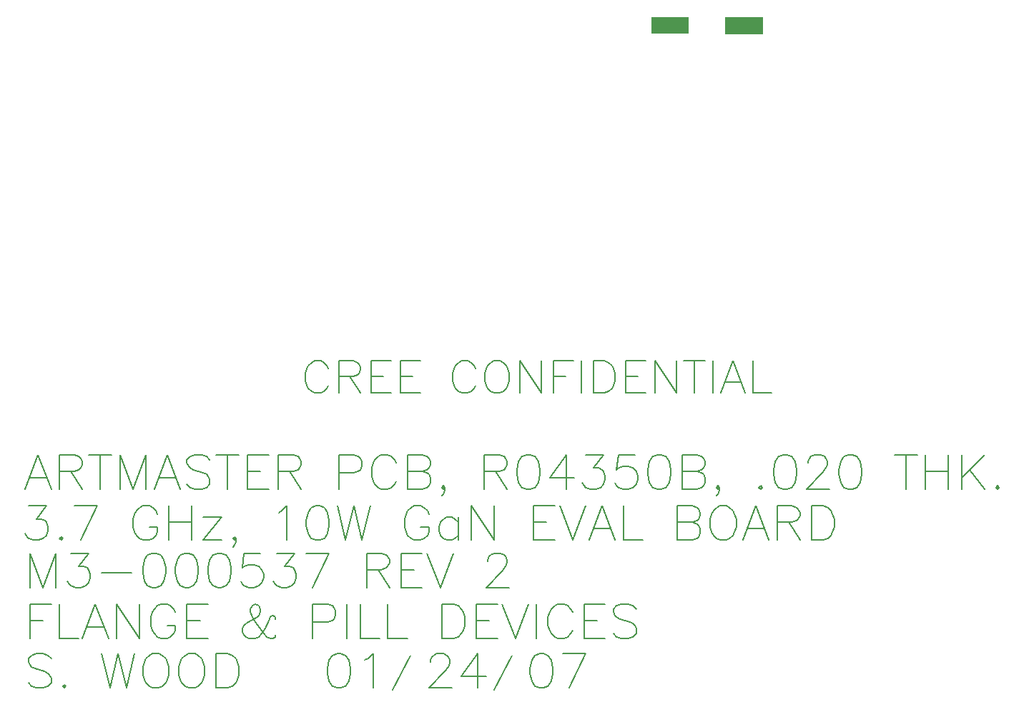
<source format=gbr>
*G04 Output by CAMMaster V9.6.1  PentaLogix LLC*
*G04 Thu Feb 01 18:10:08 2007*
*%FSLAX44Y44*%
%MOIN*%
%IPPOS*%
%ADD14C,0.006*%

%LPD*%
G36*G1X24550Y10909D2*Y11709D1*X22800*Y10909*X24550*G37*G36*G1X19350Y10914D2*X21100D1*Y11710*X19350*Y10914*G37*D14*G1X12704Y-14928D2*X11638D1*X12400Y-14166*X12552Y-13938*X12628Y-13785*Y-13633*X12552Y-13480*X12476Y-13404*X12324Y-13328*X12019*X11866Y-13404*X11790Y-13480*X11714Y-13633*Y-13709*X10114Y-13328D2*X9504Y-14928D1*X8895Y-13328*X7676Y-14928D2*X8666D1*X7676Y-14090D2*X8285D1*X8666Y-13328D2*X7676D1*Y-14928*X6609Y-14090D2*X7142Y-14928D1*X6076Y-14090D2*X6762D1*X6990Y-14014*X7066Y-13938*X7142Y-13785*Y-13633*X7066Y-13480*X6990Y-13404*X6762Y-13328*X6076*Y-14928*X3257Y-13328D2*X4324D1*X3562Y-14928*X1733Y-14623D2*X1809Y-14776D1*X1885Y-14852*X2114Y-14928*X2342*X2571Y-14852*X2724Y-14699*X2800Y-14471*Y-14318*X2724Y-14090*X2647Y-14014*X2495Y-13938*X2266*X2724Y-13328*X1885*X209Y-14623D2*X285Y-14776D1*X362Y-14852*X590Y-14928*X819*X1047Y-14852*X1200Y-14699*X1276Y-14471*Y-14318*X1200Y-14090*X1047Y-13938*X819Y-13861*X590*X362Y-13938*X285Y-14014*X362Y-13328*X1124*X-858D2*X-705D1*X-476Y-13404*X-324Y-13633*X-248Y-14014*Y-14242*X-324Y-14623*X-476Y-14852*X-705Y-14928*X-858*X-1086Y-14852*X-1238Y-14623*X-1315Y-14242*Y-14014*X-1238Y-13633*X-1086Y-13404*X-858Y-13328*X-2381D2*X-2229D1*X-2000Y-13404*X-1848Y-13633*X-1772Y-14014*Y-14242*X-1848Y-14623*X-2000Y-14852*X-2229Y-14928*X-2381*X-2610Y-14852*X-2762Y-14623*X-2838Y-14242*Y-14014*X-2762Y-13633*X-2610Y-13404*X-2381Y-13328*X-3905D2*X-3753D1*X-3524Y-13404*X-3372Y-13633*X-3296Y-14014*Y-14242*X-3372Y-14623*X-3524Y-14852*X-3753Y-14928*X-3905*X-4134Y-14852*X-4286Y-14623*X-4362Y-14242*Y-14014*X-4286Y-13633*X-4134Y-13404*X-3905Y-13328*X-6267Y-14242D2*X-4896D1*X-7867Y-14623D2*X-7791Y-14776D1*X-7715Y-14852*X-7486Y-14928*X-7257*X-7029Y-14852*X-6876Y-14699*X-6800Y-14471*Y-14318*X-6876Y-14090*X-6953Y-14014*X-7105Y-13938*X-7334*X-6876Y-13328*X-7715*X-8400Y-14928D2*Y-13328D1*X-9010Y-14928*X-9619Y-13328*Y-14928*X17581Y-17077D2*X17733Y-17229D1*X17962Y-17305*X18266*X18495Y-17229*X18647Y-17077*Y-16848*X18571Y-16696*X18495Y-16620*X18342Y-16544*X17885Y-16391*X17733Y-16315*X17657Y-16239*X17581Y-16086*Y-15934*X17733Y-15782*X17962Y-15705*X18266*X18495Y-15782*X18647Y-15934*X16209Y-17305D2*X17200D1*X16209Y-16467D2*X16819D1*X17200Y-15705D2*X16209D1*Y-17305*X15676Y-16924D2*X15600Y-17077D1*X15447Y-17229*X15295Y-17305*X14990*X14838Y-17229*X14685Y-17077*X14609Y-16924*X14533Y-16696*Y-16315*X14609Y-16086*X14685Y-15934*X14838Y-15782*X14990Y-15705*X15295*X15447Y-15782*X15600Y-15934*X15676Y-16086*X14000Y-15705D2*Y-17305D1*X13619Y-15705D2*X13009Y-17305D1*X12400Y-15705*X11181Y-17305D2*X12171D1*X11181Y-16467D2*X11790D1*X12171Y-15705D2*X11181D1*Y-17305*X9581D2*X10114D1*X10342Y-17229*X10495Y-17077*X10571Y-16924*X10647Y-16696*Y-16315*X10571Y-16086*X10495Y-15934*X10342Y-15782*X10114Y-15705*X9581*Y-17305*X7981D2*X7066D1*Y-15705*X6685Y-17305D2*X5771D1*Y-15705*X5162D2*Y-17305D1*X3562Y-16544D2*X4247D1*X4476Y-16467*X4552Y-16391*X4628Y-16239*Y-16010*X4552Y-15858*X4476Y-15782*X4247Y-15705*X3562*Y-17305*X1809Y-17153D2*Y-17229D1*X1733Y-17305*X1581*X1428Y-17229*X1276Y-17077*X895Y-16544*X742Y-16315*X666Y-16086*Y-15934*X742Y-15782*X895Y-15705*X1047Y-15782*X1124Y-15934*Y-16086*X1047Y-16239*X971Y-16315*X438Y-16620*X362Y-16696*X285Y-16848*Y-17001*X362Y-17153*X438Y-17229*X590Y-17305*X895*X1047Y-17229*X1200Y-17077*X1352Y-16848*X1504Y-16467*X1581Y-16315*X1657Y-16239*X1733*X1809Y-16315*Y-16391*X-2305Y-17305D2*X-1315D1*X-2305Y-16467D2*X-1696D1*X-1315Y-15705D2*X-2305D1*Y-17305*X-3219Y-16696D2*X-2838D1*Y-16924*X-2915Y-17077*X-3067Y-17229*X-3219Y-17305*X-3524*X-3676Y-17229*X-3829Y-17077*X-3905Y-16924*X-3981Y-16696*Y-16315*X-3905Y-16086*X-3829Y-15934*X-3676Y-15782*X-3524Y-15705*X-3219*X-3067Y-15782*X-2915Y-15934*X-2838Y-16086*X-4515Y-15705D2*Y-17305D1*X-5581Y-15705*Y-17305*X-6953Y-16772D2*X-6191D1*X-5962Y-17305D2*X-6572Y-15705D1*X-7181Y-17305*X-7334D2*X-8248D1*Y-15705*X-9619Y-16467D2*X-9010D1*X-8629Y-15705D2*X-9619D1*Y-17305*X15219Y-18013D2*X16285D1*X15524Y-19613*X14152Y-18013D2*X14304D1*X14533Y-18089*X14685Y-18317*X14762Y-18698*Y-18927*X14685Y-19308*X14533Y-19536*X14304Y-19613*X14152*X13924Y-19536*X13771Y-19308*X13695Y-18927*Y-18698*X13771Y-18317*X13924Y-18089*X14152Y-18013*X12857Y-18089D2*X12019Y-19689D1*X11257Y-18013D2*Y-19613D1*X11638Y-19079D2*X10495D1*X11257Y-18013*X10038Y-19613D2*X8971D1*X9733Y-18851*X9885Y-18622*X9962Y-18470*Y-18317*X9885Y-18165*X9809Y-18089*X9657Y-18013*X9352*X9200Y-18089*X9124Y-18165*X9047Y-18317*Y-18394*X8133Y-18089D2*X7295Y-19689D1*X6381Y-19613D2*Y-18013D1*X6152Y-18241*X6000Y-18317*X4704Y-18013D2*X4857D1*X5085Y-18089*X5238Y-18317*X5314Y-18698*Y-18927*X5238Y-19308*X5085Y-19536*X4857Y-19613*X4704*X4476Y-19536*X4324Y-19308*X4247Y-18927*Y-18698*X4324Y-18317*X4476Y-18089*X4704Y-18013*X-934Y-19613D2*X-400D1*X-172Y-19536*X-19Y-19384*X57Y-19232*X133Y-19003*Y-18622*X57Y-18394*X-19Y-18241*X-172Y-18089*X-400Y-18013*X-934*Y-19613*X-2229Y-18013D2*X-1924D1*X-1772Y-18089*X-1619Y-18241*X-1543Y-18394*X-1467Y-18622*Y-19003*X-1543Y-19232*X-1619Y-19384*X-1772Y-19536*X-1924Y-19613*X-2229*X-2381Y-19536*X-2534Y-19384*X-2610Y-19232*X-2686Y-19003*Y-18622*X-2610Y-18394*X-2534Y-18241*X-2381Y-18089*X-2229Y-18013*X-3905D2*X-3600D1*X-3448Y-18089*X-3296Y-18241*X-3219Y-18394*X-3143Y-18622*Y-19003*X-3219Y-19232*X-3296Y-19384*X-3448Y-19536*X-3600Y-19613*X-3905*X-4058Y-19536*X-4210Y-19384*X-4286Y-19232*X-4362Y-19003*Y-18622*X-4286Y-18394*X-4210Y-18241*X-4058Y-18089*X-3905Y-18013*X-4743D2*X-5124Y-19613D1*X-5505Y-18013*X-5886Y-19613*X-6267Y-18013*X-8019Y-19460D2*X-7943Y-19536D1*X-8019Y-19613*X-8096Y-19536*X-8019Y-19460*X-9696Y-19384D2*X-9543Y-19536D1*X-9315Y-19613*X-9010*X-8781Y-19536*X-8629Y-19384*Y-19156*X-8705Y-19003*X-8781Y-18927*X-8934Y-18851*X-9391Y-18698*X-9543Y-18622*X-9619Y-18546*X-9696Y-18394*Y-18241*X-9543Y-18089*X-9315Y-18013*X-9010*X-8781Y-18089*X-8629Y-18241*X24935Y-5852D2*X24078D1*Y-4352*X22792Y-5352D2*X23506D1*X23720Y-5852D2*X23149Y-4352D1*X22578Y-5852*X22220Y-4352D2*Y-5852D1*X20863Y-4352D2*X21863D1*X21363D2*Y-5852D1*X20506Y-4352D2*Y-5852D1*X19506Y-4352*Y-5852*X18149D2*X19078D1*X18149Y-5066D2*X18720D1*X19078Y-4352D2*X18149D1*Y-5852*X16649D2*X17149D1*X17363Y-5780*X17506Y-5637*X17578Y-5495*X17649Y-5280*Y-4923*X17578Y-4709*X17506Y-4566*X17363Y-4423*X17149Y-4352*X16649*Y-5852*X16078Y-4352D2*Y-5852D1*X14792Y-5066D2*X15363D1*X15720Y-4352D2*X14792D1*Y-5852*X14220Y-4352D2*Y-5852D1*X13220Y-4352*Y-5852*X12006Y-4352D2*X12292D1*X12435Y-4423*X12578Y-4566*X12649Y-4709*X12720Y-4923*Y-5280*X12649Y-5495*X12578Y-5637*X12435Y-5780*X12292Y-5852*X12006*X11863Y-5780*X11720Y-5637*X11649Y-5495*X11578Y-5280*Y-4923*X11649Y-4709*X11720Y-4566*X11863Y-4423*X12006Y-4352*X11149Y-5495D2*X11078Y-5637D1*X10935Y-5780*X10792Y-5852*X10506*X10363Y-5780*X10220Y-5637*X10149Y-5495*X10078Y-5280*Y-4923*X10149Y-4709*X10220Y-4566*X10363Y-4423*X10506Y-4352*X10792*X10935Y-4423*X11078Y-4566*X11149Y-4709*X7649Y-5852D2*X8578D1*X7649Y-5066D2*X8220D1*X8578Y-4352D2*X7649D1*Y-5852*X6292D2*X7220D1*X6292Y-5066D2*X6863D1*X7220Y-4352D2*X6292D1*Y-5852*X5292Y-5066D2*X5792Y-5852D1*X4792Y-5066D2*X5435D1*X5649Y-4995*X5720Y-4923*X5792Y-4780*Y-4637*X5720Y-4495*X5649Y-4423*X5435Y-4352*X4792*Y-5852*X4292Y-5495D2*X4220Y-5637D1*X4078Y-5780*X3935Y-5852*X3649*X3506Y-5780*X3363Y-5637*X3292Y-5495*X3220Y-5280*Y-4923*X3292Y-4709*X3363Y-4566*X3506Y-4423*X3649Y-4352*X3935*X4078Y-4423*X4220Y-4566*X4292Y-4709*X35485Y-10188D2*X35562Y-10264D1*X35485Y-10340*X35409Y-10264*X35485Y-10188*X34190Y-9426D2*X34876Y-10340D1*Y-8740D2*X33809Y-9807D1*Y-8740D2*Y-10340D1*X32133Y-9502D2*X33200D1*Y-8740D2*Y-10340D1*X32133Y-8740D2*Y-10340D1*X30685Y-8740D2*X31752D1*X31219D2*Y-10340D1*X28552Y-8740D2*X28704D1*X28933Y-8816*X29085Y-9045*X29162Y-9426*Y-9654*X29085Y-10035*X28933Y-10264*X28704Y-10340*X28552*X28324Y-10264*X28171Y-10035*X28095Y-9654*Y-9426*X28171Y-9045*X28324Y-8816*X28552Y-8740*X27638Y-10340D2*X26571D1*X27333Y-9578*X27485Y-9349*X27562Y-9197*Y-9045*X27485Y-8892*X27409Y-8816*X27257Y-8740*X26952*X26800Y-8816*X26724Y-8892*X26647Y-9045*Y-9121*X25504Y-8740D2*X25657D1*X25885Y-8816*X26038Y-9045*X26114Y-9426*Y-9654*X26038Y-10035*X25885Y-10264*X25657Y-10340*X25504*X25276Y-10264*X25124Y-10035*X25047Y-9654*Y-9426*X25124Y-9045*X25276Y-8816*X25504Y-8740*X24438Y-10188D2*X24514Y-10264D1*X24438Y-10340*X24362Y-10264*X24438Y-10188*X22381Y-10645D2*X22457Y-10568D1*X22533Y-10416*Y-10264*X22457Y-10188*X22381Y-10264*X22457Y-10340*X22533Y-10264*X20781Y-10340D2*X21466D1*X21695Y-10264*X21771Y-10188*X21847Y-10035*Y-9807*X21771Y-9654*X21695Y-9578*X21466Y-9502*X20781*X21466D2*X21695Y-9426D1*X21771Y-9349*X21847Y-9197*Y-9045*X21771Y-8892*X21695Y-8816*X21466Y-8740*X20781*Y-10340*X19638Y-8740D2*X19790D1*X20019Y-8816*X20171Y-9045*X20247Y-9426*Y-9654*X20171Y-10035*X20019Y-10264*X19790Y-10340*X19638*X19409Y-10264*X19257Y-10035*X19181Y-9654*Y-9426*X19257Y-9045*X19409Y-8816*X19638Y-8740*X17657Y-10035D2*X17733Y-10188D1*X17809Y-10264*X18038Y-10340*X18266*X18495Y-10264*X18647Y-10111*X18724Y-9883*Y-9730*X18647Y-9502*X18495Y-9349*X18266Y-9273*X18038*X17809Y-9349*X17733Y-9426*X17809Y-8740*X18571*X16133Y-10035D2*X16209Y-10188D1*X16285Y-10264*X16514Y-10340*X16742*X16971Y-10264*X17124Y-10111*X17200Y-9883*Y-9730*X17124Y-9502*X17047Y-9426*X16895Y-9349*X16666*X17124Y-8740*X16285*X15371D2*Y-10340D1*X15752Y-9807D2*X14609D1*X15371Y-8740*X13542D2*X13695D1*X13924Y-8816*X14076Y-9045*X14152Y-9426*Y-9654*X14076Y-10035*X13924Y-10264*X13695Y-10340*X13542*X13314Y-10264*X13162Y-10035*X13085Y-9654*Y-9426*X13162Y-9045*X13314Y-8816*X13542Y-8740*X12095Y-9502D2*X12628Y-10340D1*X11562Y-9502D2*X12247D1*X12476Y-9426*X12552Y-9349*X12628Y-9197*Y-9045*X12552Y-8892*X12476Y-8816*X12247Y-8740*X11562*Y-10340*X9581Y-10645D2*X9657Y-10568D1*X9733Y-10416*Y-10264*X9657Y-10188*X9581Y-10264*X9657Y-10340*X9733Y-10264*X7981Y-10340D2*X8666D1*X8895Y-10264*X8971Y-10188*X9047Y-10035*Y-9807*X8971Y-9654*X8895Y-9578*X8666Y-9502*X7981*X8666D2*X8895Y-9426D1*X8971Y-9349*X9047Y-9197*Y-9045*X8971Y-8892*X8895Y-8816*X8666Y-8740*X7981*Y-10340*X7447Y-9959D2*X7371Y-10111D1*X7219Y-10264*X7066Y-10340*X6762*X6609Y-10264*X6457Y-10111*X6381Y-9959*X6304Y-9730*Y-9349*X6381Y-9121*X6457Y-8968*X6609Y-8816*X6762Y-8740*X7066*X7219Y-8816*X7371Y-8968*X7447Y-9121*X4781Y-9578D2*X5466D1*X5695Y-9502*X5771Y-9426*X5847Y-9273*Y-9045*X5771Y-8892*X5695Y-8816*X5466Y-8740*X4781*Y-10340*X2495Y-9502D2*X3028Y-10340D1*X1962Y-9502D2*X2647D1*X2876Y-9426*X2952Y-9349*X3028Y-9197*Y-9045*X2952Y-8892*X2876Y-8816*X2647Y-8740*X1962*Y-10340*X514D2*X1504D1*X514Y-9502D2*X1124D1*X1504Y-8740D2*X514D1*Y-10340*X-934Y-8740D2*X133D1*X-400D2*Y-10340D1*X-2305Y-10111D2*X-2153Y-10264D1*X-1924Y-10340*X-1619*X-1391Y-10264*X-1238Y-10111*Y-9883*X-1315Y-9730*X-1391Y-9654*X-1543Y-9578*X-2000Y-9426*X-2153Y-9349*X-2229Y-9273*X-2305Y-9121*Y-8968*X-2153Y-8816*X-1924Y-8740*X-1619*X-1391Y-8816*X-1238Y-8968*X-3600Y-9807D2*X-2838D1*X-2610Y-10340D2*X-3219Y-8740D1*X-3829Y-10340*X-4210D2*Y-8740D1*X-4819Y-10340*X-5429Y-8740*Y-10340*X-6876Y-8740D2*X-5810D1*X-6343D2*Y-10340D1*X-7715Y-9502D2*X-7181Y-10340D1*X-8248Y-9502D2*X-7562D1*X-7334Y-9426*X-7258Y-9349*X-7181Y-9197*Y-9045*X-7258Y-8892*X-7334Y-8816*X-7562Y-8740*X-8248*Y-10340*X-9619Y-9807D2*X-8857D1*X-8629Y-10340D2*X-9238Y-8740D1*X-9848Y-10340*X26808Y-12721D2*X27341D1*X27570Y-12645*X27722Y-12493*X27798Y-12340*X27874Y-12112*Y-11731*X27798Y-11502*X27722Y-11350*X27570Y-11197*X27341Y-11121*X26808*Y-12721*X25741Y-11883D2*X26274Y-12721D1*X25208Y-11883D2*X25893D1*X26122Y-11807*X26198Y-11731*X26274Y-11578*Y-11426*X26198Y-11274*X26122Y-11197*X25893Y-11121*X25208*Y-12721*X23836Y-12188D2*X24598D1*X24827Y-12721D2*X24217Y-11121D1*X23608Y-12721*X22541Y-11121D2*X22846D1*X22998Y-11197*X23150Y-11350*X23227Y-11502*X23303Y-11731*Y-12112*X23227Y-12340*X23150Y-12493*X22998Y-12645*X22846Y-12721*X22541*X22389Y-12645*X22236Y-12493*X22160Y-12340*X22084Y-12112*Y-11731*X22160Y-11502*X22236Y-11350*X22389Y-11197*X22541Y-11121*X20560Y-12721D2*X21246D1*X21474Y-12645*X21550Y-12569*X21627Y-12416*Y-12188*X21550Y-12036*X21474Y-11959*X21246Y-11883*X20560*X21246D2*X21474Y-11807D1*X21550Y-11731*X21627Y-11578*Y-11426*X21550Y-11274*X21474Y-11197*X21246Y-11121*X20560*Y-12721*X18960D2*X18046D1*Y-11121*X16674Y-12188D2*X17436D1*X17665Y-12721D2*X17055Y-11121D1*X16446Y-12721*X16293Y-11121D2*X15684Y-12721D1*X15074Y-11121*X13855Y-12721D2*X14846D1*X13855Y-11883D2*X14465D1*X14846Y-11121D2*X13855D1*Y-12721*X12027Y-11121D2*Y-12721D1*X10960Y-11121*Y-12721*X10350Y-12493D2*X10198Y-12645D1*X10046Y-12721*X9817*X9665Y-12645*X9512Y-12493*X9436Y-12264*Y-12112*X9512Y-11883*X9665Y-11731*X9817Y-11654*X10046*X10198Y-11731*X10350Y-11883*Y-11654D2*Y-12721D1*X8598Y-12112D2*X8979D1*Y-12340*X8903Y-12493*X8750Y-12645*X8598Y-12721*X8293*X8141Y-12645*X7989Y-12493*X7912Y-12340*X7836Y-12112*Y-11731*X7912Y-11502*X7989Y-11350*X8141Y-11197*X8293Y-11121*X8598*X8750Y-11197*X8903Y-11350*X8979Y-11502*X6236Y-11121D2*X5855Y-12721D1*X5474Y-11121*X5093Y-12721*X4712Y-11121*X3722D2*X3874D1*X4103Y-11197*X4255Y-11426*X4331Y-11807*Y-12036*X4255Y-12416*X4103Y-12645*X3874Y-12721*X3722*X3493Y-12645*X3341Y-12416*X3265Y-12036*Y-11807*X3341Y-11426*X3493Y-11197*X3722Y-11121*X2350Y-12721D2*Y-11121D1*X2122Y-11350*X1970Y-11426*X-164Y-13026D2*X-88Y-12950D1*X-11Y-12797*Y-12645*X-88Y-12569*X-164Y-12645*X-88Y-12721*X-11Y-12645*X-1535Y-12721D2*X-697D1*X-1535Y-11654D2*X-697D1*X-1535Y-12721*X-3135Y-11883D2*X-2069D1*Y-11121D2*Y-12721D1*X-3135Y-11121D2*Y-12721D1*X-4050Y-12112D2*X-3669D1*Y-12340*X-3745Y-12493*X-3897Y-12645*X-4050Y-12721*X-4354*X-4507Y-12645*X-4659Y-12493*X-4735Y-12340*X-4811Y-12112*Y-11731*X-4735Y-11502*X-4659Y-11350*X-4507Y-11197*X-4354Y-11121*X-4050*X-3897Y-11197*X-3745Y-11350*X-3669Y-11502*X-7554Y-11121D2*X-6488D1*X-7250Y-12721*X-8164Y-12569D2*X-8088Y-12645D1*X-8164Y-12721*X-8240Y-12645*X-8164Y-12569*X-9840Y-12416D2*X-9764Y-12569D1*X-9688Y-12645*X-9459Y-12721*X-9230*X-9002Y-12645*X-8850Y-12493*X-8773Y-12264*Y-12112*X-8850Y-11883*X-8926Y-11807*X-9078Y-11731*X-9307*X-8850Y-11121*X-9688*X0Y0D2*M02*
</source>
